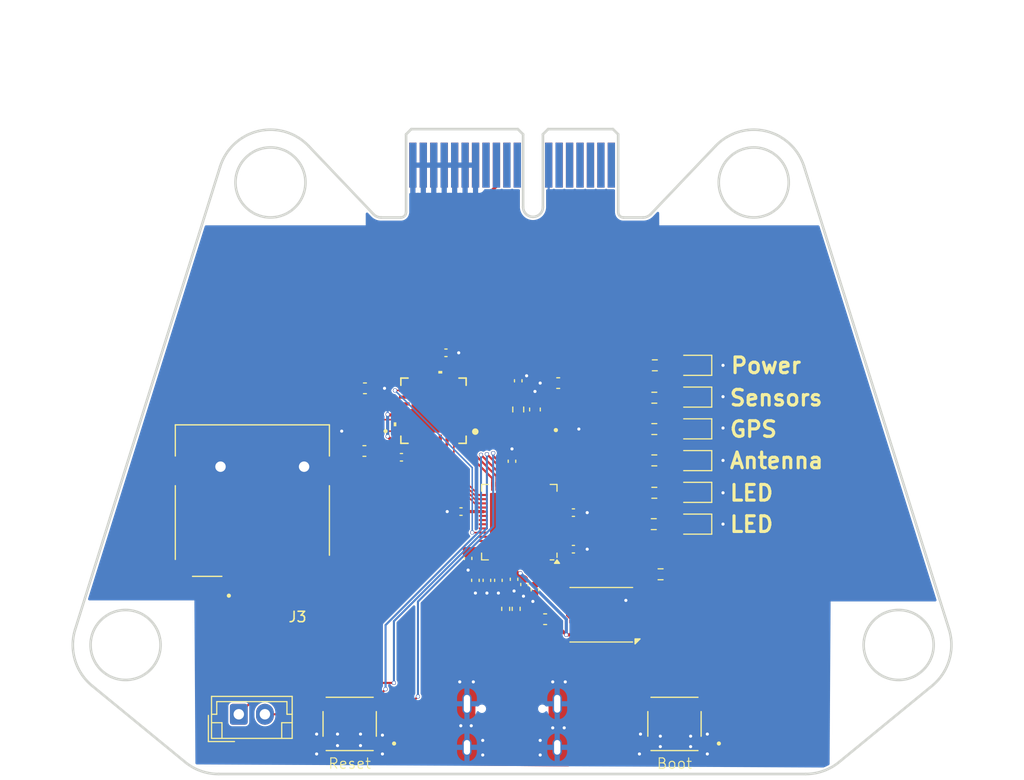
<source format=kicad_pcb>
(kicad_pcb (version 20241229) (generator "pcbnew") (generator_version "9.0")
  (layers (0 "F.Cu" signal) (2 "B.Cu" signal) (13 "F.Paste" user) (15 "B.Paste" user) (5 "F.SilkS" user "F.Silkscreen") (7 "B.SilkS" user "B.Silkscreen") (1 "F.Mask" user) (3 "B.Mask" user) (25 "Edge.Cuts" user))
  (net 0 "")
  (net 3 "+BAT")
  (net 7 "+1.1V")
  (net 8 "Net-(C13-Pad1)")
  (net 11 "/XIN")
  (net 12 "OSC1")
  (net 13 "OSC2")
  (net 14 "Net-(J2-Pin_2)")
  (net 15 "Net-(J2-Pin_1)")
  (net 16 "GND")
  (net 19 "SI")
  (net 20 "SO")
  (net 23 "SCK")
  (net 24 "CD")
  (net 27 "/~{USB_BOOT_S}")
  (net 29 "+3.3V")
  (net 30 "USB_D-")
  (net 35 "USB_D+")
  (net 41 "+5V")
  (net 42 "Net-(U2-USB_DP)")
  (net 43 "Net-(U2-USB_DM)")
  (net 44 "/RUN")
  (net 45 "/XOUT")
  (net 46 "CS")
  (net 47 "CANRESET")
  (net 48 "/QSPI_SD0")
  (net 51 "CANSTBY")
  (net 58 "CANN")
  (net 59 "CANP")
  (net 64 "/QSPI_SS")
  (net 65 "/QSPI_SD3")
  (net 66 "CANINT")
  (net 67 "/QSPI_SD1")
  (net 68 "/QSPI_SCLK")
  (net 69 "/QSPI_SD2")
  (net 70 "tx")
  (net 71 "rx")
  (net 72 "/USB_BOOT_S")
  (net 73 "Net-(D1-A)")
  (net 74 "Net-(D2-A)")
  (net 75 "Net-(D3-A)")
  (net 76 "Net-(D4-A)")
  (net 77 "Net-(D5-A)")
  (net 78 "Net-(D6-A)")
  (net 79 "Net-(U2-GPIO3)")
  (net 80 "Net-(U2-GPIO4)")
  (net 81 "Net-(U2-GPIO5)")
  (net 82 "Net-(U2-GPIO6)")
  (net 83 "Net-(U2-GPIO1)")
  (net 84 "Net-(U2-GPIO2)")
  (footprint "Package_SON:WSON-8-1EP_6x5mm_P1.27mm_EP3.4x4.3mm" (layer "F.Cu") (at 154.95 107.175 180)
    (property "Reference" "U4" (hide yes))
    (property "Value" "W25Q128JVP" (hide yes))
  )
  (footprint "Resistor_SMD:R_0402_1005Metric" (layer "F.Cu") (at 145.8 106.61 90)
    (property "Reference" "R2" (hide yes))
    (property "Value" "27" (hide yes))
  )
  (footprint "Capacitor_SMD:C_0603_1608Metric" (layer "F.Cu") (at 150.825 85.000002 180)
    (property "Reference" "C13" (hide yes))
    (property "Value" "15p" (hide yes))
  )
  (footprint "LED_SMD:LED_0805_2012Metric" (layer "F.Cu") (at 163.8375 89.38 180)
    (property "Reference" "D4" (hide yes))
    (property "Value" "LED" (hide yes))
  )
  (footprint "Capacitor_SMD:C_0402_1005Metric" (layer "F.Cu") (at 141.52 97.3 180)
    (property "Reference" "C4" (hide yes))
    (property "Value" "100n" (hide yes))
  )
  (footprint "Resistor_SMD:R_0603_1608Metric" (layer "F.Cu") (at 160.025 92.4)
    (property "Reference" "R7" (hide yes))
    (property "Value" "220" (hide yes))
  )
  (footprint "Capacitor_SMD:C_0402_1005Metric" (layer "F.Cu") (at 140.08 82.1)
    (property "Reference" "C16" (hide yes))
    (property "Value" "100n" (hide yes))
  )
  (footprint "Connector_JST:JST_EH_B2B-EH-A_1x02_P2.50mm_Vertical" (layer "F.Cu") (at 120.25 116.7)
    (property "Reference" "J2" (hide yes))
    (property "Value" "Conn_01x02" (hide yes))
  )
  (footprint "Capacitor_SMD:C_0402_1005Metric" (layer "F.Cu") (at 146.4 92.48 90)
    (property "Reference" "C9" (hide yes))
    (property "Value" "100n")
  )
  (footprint "TS-1187A-B-A-B:SW_TS-1187A-B-A-B" (layer "F.Cu") (at 130.865 117.625 180)
    (property "Reference" "S2" (hide yes))
    (property "Value" "TS-1187A-B-A-B" (hide yes))
  )
  (footprint "Capacitor_SMD:C_0402_1005Metric" (layer "F.Cu") (at 135.82 92.1)
    (property "Reference" "C17" (hide yes))
    (property "Value" "100n" (hide yes))
  )
  (footprint "Capacitor_SMD:C_0402_1005Metric" (layer "F.Cu") (at 142.9 103.88 -90)
    (property "Reference" "C1" (hide yes))
    (property "Value" "100n" (hide yes))
  )
  (footprint "Resistor_SMD:R_0603_1608Metric" (layer "F.Cu") (at 159.975 98.5)
    (property "Reference" "R5" (hide yes))
    (property "Value" "220" (hide yes))
  )
  (footprint "Capacitor_SMD:C_0603_1608Metric" (layer "F.Cu") (at 132.325 85.5)
    (property "Reference" "C19" (hide yes))
    (property "Value" "22p")
  )
  (footprint "Capacitor_SMD:C_0603_1608Metric" (layer "F.Cu") (at 148.6 87.525002 -90)
    (property "Reference" "C14" (hide yes))
    (property "Value" "15p")
  )
  (footprint "LED_SMD:LED_0805_2012Metric" (layer "F.Cu") (at 163.8375 92.42 180)
    (property "Reference" "D3" (hide yes))
    (property "Value" "LED" (hide yes))
  )
  (footprint "Capacitor_SMD:C_0402_1005Metric" (layer "F.Cu") (at 144 103.88 -90)
    (property "Reference" "C5" (hide yes))
    (property "Value" "100n" (hide yes))
  )
  (footprint "MCP25625T_E_ML:QFN28_6X6MC_MCH" (layer "F.Cu") (at 138.887999 87.644025 180)
    (property "Reference" "U9" (hide yes))
    (property "Value" "MCP25625T-E/ML" (hide yes))
  )
  (footprint "LED_SMD:LED_0805_2012Metric" (layer "F.Cu") (at 163.8375 86.34 180)
    (property "Reference" "D5" (hide yes))
    (property "Value" "LED" (hide yes))
  )
  (footprint "Capacitor_SMD:C_0402_1005Metric" (layer "F.Cu") (at 146.6 103.78 -90)
    (property "Reference" "C7" (hide yes))
    (property "Value" "100n" (hide yes))
  )
  (footprint "Capacitor_SMD:C_0402_1005Metric" (layer "F.Cu") (at 142.2 101.78 -90)
    (property "Reference" "C8" (hide yes))
    (property "Value" "1uF" (hide yes))
  )
  (footprint "Resistor_SMD:R_0603_1608Metric" (layer "F.Cu") (at 147 87.525 -90)
    (property "Reference" "R3" (hide yes))
    (property "Value" "1k" (hide yes))
  )
  (footprint "Capacitor_SMD:C_0603_1608Metric" (layer "F.Cu") (at 132.275 91.5 180)
    (property "Reference" "C18" (hide yes))
    (property "Value" "22p")
  )
  (footprint "Resistor_SMD:R_0603_1608Metric" (layer "F.Cu") (at 160.025 89.4)
    (property "Reference" "R8" (hide yes))
    (property "Value" "220" (hide yes))
  )
  (footprint "LED_SMD:LED_0805_2012Metric" (layer "F.Cu") (at 163.8375 98.5 180)
    (property "Reference" "D1" (hide yes))
    (property "Value" "LED" (hide yes))
  )
  (footprint "Connector_USB:USB_C_Receptacle_Palconn_UTC16-G" (layer "F.Cu") (at 146.41 117.625)
    (property "Reference" "J6" (hide yes))
    (property "Value" "USB_C_Receptacle_USB2.0_16P" (hide yes))
  )
  (footprint "ABM8-272-T3:ABM8-272-T3_ABR" (layer "F.Cu") (at 151.7 87.500001 90)
    (property "Reference" "X1" (hide yes))
    (property "Value" "ABM8-272-T3" (hide yes))
  )
  (footprint "Capacitor_SMD:C_0402_1005Metric" (layer "F.Cu") (at 147.6 104.28 -90)
    (property "Reference" "C6" (hide yes))
    (property "Value" "100n" (hide yes))
  )
  (footprint "Capacitor_SMD:C_0402_1005Metric" (layer "F.Cu") (at 152.28 100.9)
    (property "Reference" "C3" (hide yes))
    (property "Value" "100n" (hide yes))
  )
  (footprint "Capacitor_SMD:C_0603_1608Metric" (layer "F.Cu") (at 149.575 107.6 180)
    (property "Reference" "C12" (hide yes))
    (property "Value" "100n" (hide yes))
  )
  (footprint "Package_DFN_QFN:QFN-56-1EP_7x7mm_P0.4mm_EP3.2x3.2mm" (layer "F.Cu") (at 147.1 98.3125 180)
    (property "Reference" "U2" (hide yes))
    (property "Value" "RP2040" (hide yes))
  )
  (footprint "X322516MLB4SI:OSC_X322516MLB4SI" (layer "F.Cu") (at 132.25 88.5 180)
    (property "Reference" "Y1" (hide yes))
    (property "Value" "X322516MLB4SI")
  )
  (footprint "Capacitor_SMD:C_0402_1005Metric" (layer "F.Cu") (at 145.1 103.88 -90)
    (property "Reference" "C11" (hide yes))
    (property "Value" "1uF")
  )
  (footprint "LED_SMD:LED_0805_2012Metric" (layer "F.Cu") (at 163.8375 83.3 180)
    (property "Reference" "D6" (hide yes))
    (property "Value" "LED" (hide yes))
  )
  (footprint "Resistor_SMD:R_0603_1608Metric" (layer "F.Cu") (at 160.075 83.3)
    (property "Reference" "R10" (hide yes))
    (property "Value" "220" (hide yes))
  )
  (footprint "Capacitor_SMD:C_0402_1005Metric" (layer "F.Cu") (at 147 84.780002 90)
    (property "Reference" "C15" (hide yes))
    (property "Value" "100n" (hide yes))
  )
  (footprint "MSD_4_A:CUI_MSD-4-A" (layer "F.Cu") (at 121.55 96.25 180)
    (property "Reference" "J3")
    (property "Value" "MSD-4-A")
  )
  (footprint "Resistor_SMD:R_0603_1608Metric" (layer "F.Cu") (at 160.025 86.4)
    (property "Reference" "R9" (hide yes))
    (property "Value" "220" (hide yes))
  )
  (footprint "Capacitor_SMD:C_0402_1005Metric" (layer "F.Cu") (at 152.28 97.4)
    (property "Reference" "C2" (hide yes))
    (property "Value" "100n" (hide yes))
  )
  (footprint "Capacitor_SMD:C_0402_1005Metric" (layer "F.Cu") (at 148.6 104.78 -90)
    (property "Reference" "C10" (hide yes))
    (property "Value" "100n" (hide yes))
  )
  (footprint "Resistor_SMD:R_0603_1608Metric" (layer "F.Cu") (at 160.625 103.3 180)
    (property "Reference" "R4" (hide yes))
    (property "Value" "1k" (hide yes))
  )
  (footprint "TS-1187A-B-A-B:SW_TS-1187A-B-A-B" (layer "F.Cu") (at 161.955 117.625 180)
    (property "Reference" "S1" (hide yes))
    (property "Value" "TS-1187A-B-A-B" (hide yes))
  )
  (footprint "Resistor_SMD:R_0402_1005Metric" (layer "F.Cu") (at 146.8 106.61 90)
    (property "Reference" "R1" (hide yes))
    (property "Value" "27" (hide yes))
  )
  (footprint "Resistor_SMD:R_0603_1608Metric" (layer "F.Cu") (at 160.025 95.5)
    (property "Reference" "R6" (hide yes))
    (property "Value" "220" (hide yes))
  )
  (footprint "LED_SMD:LED_0805_2012Metric" (layer "F.Cu") (at 163.8375 95.46 180)
    (property "Reference" "D2" (hide yes))
    (property "Value" "LED" (hide yes))
  )
  (footprint "Connector_PCBEdge:BUS_PCIexpress_x1" (layer "B.Cu") (at 136.913 64.138595)
    (property "Reference" "J1" (hide yes))
    (property "Value" "Bus_PCI_Express_x1" (hide yes))
    (fp_line (start -0.65 -2.95) (end -0.65 4.506267) (stroke (width 0.25)) (layer "Edge.Cuts"))
    (fp_line (start -0.15 -3.45) (end -0.65 -2.95) (stroke (width 0.25)) (layer "Edge.Cuts"))
    (fp_line (start 10.05 -3.45) (end -0.15 -3.45) (stroke (width 0.25)) (layer "Edge.Cuts"))
    (fp_line (start 10.05 -3.45) (end 10.55 -2.95) (stroke (width 0.25)) (layer "Edge.Cuts"))
    (fp_line (start 10.55 -2.95) (end 10.55 4) (stroke (width 0.25)) (layer "Edge.Cuts"))
    (fp_line (start 12.45 -2.95) (end 12.45 4) (stroke (width 0.25)) (layer "Edge.Cuts"))
    (fp_line (start 12.95 -3.45) (end 12.45 -2.95) (stroke (width 0.25)) (layer "Edge.Cuts"))
    (fp_line (start 19.15 -3.45) (end 12.95 -3.45) (stroke (width 0.25)) (layer "Edge.Cuts"))
    (fp_line (start 19.15 -3.45) (end 19.65 -2.95) (stroke (width 0.25)) (layer "Edge.Cuts"))
    (fp_line (start 19.65 4.506267) (end 19.65 -2.95) (stroke (width 0.25)) (layer "Edge.Cuts"))
    (fp_arc (start 12.45 4) (mid 11.5 4.95) (end 10.55 4) (stroke (width 0.25)) (layer "Edge.Cuts"))
  )
  (gr_line (start 159.678146 68.835513) (end 165.883818 62.312636) (stroke (width 0.25)) (layer "Edge.Cuts"))
  (gr_line (start 133.143972 68.831791) (end 126.941843 62.312637) (stroke (width 0.25)) (layer "Edge.Cuts"))
  (gr_line (start 174.511605 122.419976) (end 118.31403 122.419976) (stroke (width 0.25)) (layer "Edge.Cuts"))
  (gr_circle (center 183.413305 110.068595) (end 180.063305 110.068595) (stroke (width 0.25)) (fill no) (layer "Edge.Cuts"))
  (gr_arc (start 159.678146 68.835513) (mid 159.347804 69.065283) (end 158.95364 69.146243) (stroke (width 0.25)) (layer "Edge.Cuts"))
  (gr_arc (start 188.23235 108.558858) (mid 188.252259 111.513246) (end 186.615928 113.973169) (stroke (width 0.25)) (layer "Edge.Cuts"))
  (gr_line (start 133.87203 69.146243) (end 135.755183 69.146243) (stroke (width 0.25)) (layer "Edge.Cuts"))
  (gr_arc (start 118.31403 122.419976) (mid 116.613396 122.125003) (end 115.111431 121.274551) (stroke (width 0.25)) (layer "Edge.Cuts"))
  (gr_line (start 158.95364 69.146243) (end 157.070478 69.146243) (stroke (width 0.25)) (layer "Edge.Cuts"))
  (gr_line (start 174.361605 64.283721) (end 174.361606 64.283721) (stroke (width 0.25)) (layer "Edge.Cuts"))
  (gr_line (start 186.615928 113.973169) (end 177.714231 121.274549) (stroke (width 0.25)) (layer "Edge.Cuts"))
  (gr_arc (start 133.87203 69.146243) (mid 133.475493 69.064276) (end 133.143972 68.831791) (stroke (width 0.25)) (layer "Edge.Cuts"))
  (gr_arc (start 165.883818 62.312636) (mid 170.686181 60.874652) (end 174.361605 64.283721) (stroke (width 0.25)) (layer "Edge.Cuts"))
  (gr_arc (start 118.464055 64.28372) (mid 122.13948 60.874652) (end 126.941843 62.312637) (stroke (width 0.25)) (layer "Edge.Cuts"))
  (gr_circle (center 109.412355 110.068595) (end 106.062355 110.068595) (stroke (width 0.25)) (fill no) (layer "Edge.Cuts"))
  (gr_arc (start 136.255183 68.646276) (mid 136.108734 68.999813) (end 135.755183 69.146243) (stroke (width 0.25)) (layer "Edge.Cuts"))
  (gr_line (start 174.361606 64.283721) (end 188.23235 108.558858) (stroke (width 0.25)) (layer "Edge.Cuts"))
  (gr_circle (center 169.54256 65.793456) (end 166.19256 65.793456) (stroke (width 0.25)) (fill no) (layer "Edge.Cuts"))
  (gr_circle (center 123.2831 65.793456) (end 119.9331 65.793456) (stroke (width 0.25)) (fill no) (layer "Edge.Cuts"))
  (gr_line (start 106.209767 113.973198) (end 115.111431 121.274551) (stroke (width 0.25)) (layer "Edge.Cuts"))
  (gr_line (start 118.464055 64.28372) (end 118.464054 64.28372) (stroke (width 0.25)) (layer "Edge.Cuts"))
  (gr_arc (start 157.070478 69.146243) (mid 156.716924 68.999796) (end 156.570477 68.646242) (stroke (width 0.25)) (layer "Edge.Cuts"))
  (gr_line (start 118.464054 64.28372) (end 104.588376 108.574607) (stroke (width 0.25)) (layer "Edge.Cuts"))
  (gr_arc (start 106.209767 113.973198) (mid 104.575789 111.521169) (end 104.588376 108.574607) (stroke (width 0.25)) (layer "Edge.Cuts"))
  (gr_arc (start 177.714231 121.274549) (mid 176.212253 122.125005) (end 174.511605 122.419976) (stroke (width 0.25)) (layer "Edge.Cuts"))
  (gr_text "Power" (at 167.2 84.2 0) (layer "F.SilkS") (effects (font (size 1.5 1.5) (thickness 0.3) (bold yes)) (justify left bottom)))
  (gr_text "Antenna" (at 167.1 93.3 0) (layer "F.SilkS") (effects (font (size 1.5 1.5) (thickness 0.3) (bold yes)) (justify left bottom)))
  (gr_text "Sensors" (at 167.1 87.3 0) (layer "F.SilkS") (effects (font (size 1.5 1.5) (thickness 0.3) (bold yes)) (justify left bottom)))
  (gr_text "Boot" (at 161.955 122 0) (layer "F.SilkS") (effects (font (size 1 1) (thickness 0.1)) (justify bottom)))
  (gr_text "LED" (at 167.1 96.4 0) (layer "F.SilkS") (effects (font (size 1.5 1.5) (thickness 0.3) (bold yes)) (justify left bottom)))
  (gr_text "Reset" (at 130.865 122 0) (layer "F.SilkS") (effects (font (size 1 1) (thickness 0.1)) (justify bottom)))
  (gr_text "GPS" (at 167.1 90.3 0) (layer "F.SilkS") (effects (font (size 1.5 1.5) (thickness 0.3) (bold yes)) (justify left bottom)))
  (gr_text "LED" (at 167.1 99.4 0) (layer "F.SilkS") (effects (font (size 1.5 1.5) (thickness 0.3) (bold yes)) (justify left bottom)))
  (segment (start 146.5 94.875) (end 146.5 93.06) (width 0.3048) (layer "F.Cu") (net 7))
  (segment (start 145.3 103.2) (end 145.1 103.4) (width 0.3048) (layer "F.Cu") (net 7))
  (segment (start 147.3 102.563014) (end 147.3 101.75) (width 0.3048) (layer "F.Cu") (net 7))
  (segment (start 145.3 101.75) (end 145.3 103.2) (width 0.3048) (layer "F.Cu") (net 7))
  (segment (start 148.6 104.3) (end 148.6 103.863014) (width 0.3048) (layer "F.Cu") (net 7))
  (segment (start 146.5 93.06) (end 146.4 92.96) (width 0.3048) (layer "F.Cu") (net 7))
  (segment (start 148.6 103.863014) (end 147.3 102.563014) (width 0.3048) (layer "F.Cu") (net 7))
  (segment (start 152.8 86.7) (end 151.6 85.5) (width 0.2) (layer "F.Cu") (net 8))
  (segment (start 152.5 86.7) (end 151.7 87.5) (width 0.2) (layer "F.Cu") (net 8))
  (segment (start 152.8 86.7) (end 152.5 86.7) (width 0.2) (layer "F.Cu") (net 8))
  (segment (start 151.6 85.5) (end 151.6 85.000002) (width 0.2) (layer "F.Cu") (net 8))
  (segment (start 147.8 87.5) (end 147 86.7) (width 0.2) (layer "F.Cu") (net 8))
  (segment (start 151.7 87.5) (end 147.8 87.5) (width 0.2) (layer "F.Cu") (net 8))
  (segment (start 150.6 88.300002) (end 150.5 88.400002) (width 0.2) (layer "F.Cu") (net 11))
  (segment (start 147.7 89.200002) (end 148.6 88.300002) (width 0.2) (layer "F.Cu") (net 11))
  (segment (start 147.7 94.875) (end 147.7 89.200002) (width 0.2) (layer "F.Cu") (net 11))
  (segment (start 150.6 88.300002) (end 148.6 88.300002) (width 0.2) (layer "F.Cu") (net 11))
  (segment (start 133.05 89.65) (end 133.1 89.6) (width 0.15) (layer "F.Cu") (net 12))
  (segment (start 133.1 89.6) (end 136.088023 89.6) (width 0.15) (layer "F.Cu") (net 12))
  (segment (start 133.05 91.5) (end 133.05 89.65) (width 0.15) (layer "F.Cu") (net 12))
  (segment (start 136.088023 89.6) (end 136.093999 89.594024) (width 0.15) (layer "F.Cu") (net 12))
  (segment (start 135.294374 88.5) (end 135.738399 88.944025) (width 0.15) (layer "F.Cu") (net 13))
  (segment (start 135.738399 88.944025) (end 136.093999 88.944025) (width 0.15) (layer "F.Cu") (net 13))
  (segment (start 131.4 85.65) (end 131.55 85.5) (width 0.15) (layer "F.Cu") (net 13))
  (segment (start 131.4 87.4) (end 131.4 85.65) (width 0.15) (layer "F.Cu") (net 13))
  (segment (start 131.4 87.4) (end 132.5 88.5) (width 0.15) (layer "F.Cu") (net 13))
  (segment (start 132.5 88.5) (end 135.294374 88.5) (width 0.15) (layer "F.Cu") (net 13))
  (segment (start 144.6 91.954714) (end 146.1 93.454714) (width 0.2) (layer "F.Cu") (net 14))
  (segment (start 135.7 116.7) (end 137.4 115) (width 0.2) (layer "F.Cu") (net 14))
  (segment (start 144.6 91.7) (end 144.6 91.954714) (width 0.2) (layer "F.Cu") (net 14))
  (segment (start 146.1 93.454714) (end 146.1 94.875) (width 0.2) (layer "F.Cu") (net 14))
  (segment (start 122.75 116.7) (end 135.7 116.7) (width 0.2) (layer "F.Cu") (net 14))
  (via (at 144.6 91.7) (size 0.4) (drill 0.3) (layers "F.Cu" "B.Cu") (net 14))
  (via (at 137.4 115) (size 0.4) (drill 0.3) (layers "F.Cu" "B.Cu") (net 14))
  (segment (start 137.4 115) (end 137.4 105.914214) (width 0.2) (layer "B.Cu") (net 14))
  (segment (start 137.4 105.914214) (end 144.6 98.714214) (width 0.2) (layer "B.Cu") (net 14))
  (segment (start 144.6 98.714214) (end 144.6 91.7) (width 0.2) (layer "B.Cu") (net 14))
  (segment (start 123.25 113.7) (end 135.1 113.7) (width 0.2) (layer "F.Cu") (net 15))
  (segment (start 144 91.8) (end 145.7 93.5) (width 0.2) (layer "F.Cu") (net 15))
  (segment (start 145.7 93.5) (end 145.7 94.875) (width 0.2) (layer "F.Cu") (net 15))
  (segment (start 120.25 116.7) (end 123.25 113.7) (width 0.2) (layer "F.Cu") (net 15))
  (via (at 144 91.8) (size 0.4) (drill 0.3) (layers "F.Cu" "B.Cu") (net 15))
  (via (at 135.1 113.7) (size 0.4) (drill 0.3) (layers "F.Cu" "B.Cu") (net 15))
  (segment (start 135.1 107.78995) (end 144 98.88995) (width 0.2) (layer "B.Cu") (net 15))
  (segment (start 144 98.88995) (end 144 91.8) (width 0.2) (layer "B.Cu") (net 15))
  (segment (start 135.1 113.7) (end 135.1 107.78995) (width 0.2) (layer "B.Cu") (net 15))
  (segment (start 136.3 92.1) (end 136.3 91.076023) (width 0.3048) (layer "F.Cu") (net 16))
  (segment (start 152.8 88.300002) (end 151.8 89.300002) (width 0.3048) (layer "F.Cu") (net 16))
  (segment (start 148.1 93.000002) (end 152.8 88.300002) (width 0.3048) (layer "F.Cu") (net 16))
  (segment (start 157.65 105.27) (end 157.65 105.45) (width 0.3048) (layer "F.Cu") (net 16))
  (segment (start 136.3 91.076023) (end 136.937998 90.438025) (width 0.3048) (layer "F.Cu") (net 16))
  (segment (start 148.8 106.3) (end 148.4 105.9) (width 0.3048) (layer "F.Cu") (net 16))
  (segment (start 157.65 105.45) (end 157.3 105.8) (width 0.3048) (layer "F.Cu") (net 16))
  (segment (start 133.1 87.4) (end 133.1 85.5) (width 0.3048) (layer "F.Cu") (net 16))
  (segment (start 147.1 98.3125) (end 148.1 97.3125) (width 0.3048) (layer "F.Cu") (net 16))
  (segment (start 130.1 89.6) (end 131.4 89.6) (width 0.3048) (layer "F.Cu") (net 16))
  (segment (start 136.937998 90.438025) (end 136.937998 89.594026) (width 0.3048) (layer "F.Cu") (net 16))
  (segment (start 141.04 97.3) (end 140.2 97.3) (width 0.3048) (layer "F.Cu") (net 16))
  (segment (start 136.937998 89.594026) (end 138.887999 87.644025) (width 0.3048) (layer "F.Cu") (net 16))
  (segment (start 133.1 87.4) (end 135.849974 87.4) (width 0.3048) (layer "F.Cu") (net 16))
  (segment (start 136.093999 87.644025) (end 138.887999 87.644025) (width 0.3048) (layer "F.Cu") (net 16))
  (segment (start 148.1 94.875) (end 148.1 93.000002) (width 0.3048) (layer "F.Cu") (net 16))
  (segment (start 152.76 100.9) (end 153.6 100.9) (width 0.3048) (layer "F.Cu") (net 16))
  (segment (start 148.1 97.3125) (end 148.1 94.875) (width 0.3048) (layer "F.Cu") (net 16))
  (segment (start 131.4 89.6) (end 131.4 91.4) (width 0.3048) (layer "F.Cu") (net 16))
  (segment (start 146.4 92) (end 146.4 91.3) (width 0.3048) (layer "F.Cu") (net 16))
  (segment (start 152.76 97.4) (end 153.6 97.4) (width 0.3048) (layer "F.Cu") (net 16))
  (segment (start 148.8 107.6) (end 148.8 106.3) (width 0.3048) (layer "F.Cu") (net 16))
  (segment (start 152.76 100.9) (end 152.9 100.9) (width 0.3048) (layer "F.Cu") (net 16))
  (segment (start 135.849974 87.4) (end 136.093999 87.644025) (width 0.3048) (layer "F.Cu") (net 16))
  (segment (start 140.56 82.1) (end 141.3 82.1) (width 0.3048) (layer "F.Cu") (net 16))
  (segment (start 131.4 91.4) (end 131.5 91.5) (width 0.3048) (layer "F.Cu") (net 16))
  (segment (start 134.2 85.5) (end 133.1 85.5) (width 0.3048) (layer "F.Cu") (net 16))
  (via (at 129.7 119.7) (size 0.4) (drill 0.3) (layers "F.Cu" "B.Cu") (net 16))
  (via (at 142.5 117.8) (size 0.4) (drill 0.3) (layers "F.Cu" "B.Cu") (net 16))
  (via (at 144 105.1) (size 0.4) (drill 0.3) (layers "F.Cu" "B.Cu") (net 16))
  (via (at 165.1 118.6) (size 0.4) (drill 0.3) (layers "F.Cu" "B.Cu") (net 16))
  (via (at 163.5 118.8) (size 0.4) (drill 0.3) (layers "F.Cu" "B.Cu") (net 16))
  (via (at 134 118.7) (size 0.4) (drill 0.3) (layers "F.Cu" "B.Cu") (net 16))
  (via (at 148.6 85.800002) (size 0.4) (drill 0.3) (layers "F.Cu" "B.Cu") (net 16))
  (via (at 150.3 113.6) (size 0.4) (drill 0.3) (layers "F.Cu" "B.Cu") (net 16))
  (via (at 158.6 120.5) (size 0.4) (drill 0.3) (layers "F.Cu" "B.Cu") (net 16))
  (via (at 148.4 105.9) (size 0.4) (drill 0.3) (layers "F.Cu" "B.Cu") (net 16))
  (via (at 130.1 89.6) (size 0.4) (drill 0.3) (layers "F.Cu" "B.Cu") (net 16))
  (via (at 141.4 113.6) (size 0.4) (drill 0.3) (layers "F.Cu" "B.Cu") (net 16))
  (via (at 160.6 118.8) (size 0.4) (drill 0.3) (layers "F.Cu" "B.Cu") (net 16))
  (via (at 166.6 86.3) (size 0.4) (drill 0.3) (layers "F.Cu" "B.Cu") (net 16))
  (via (at 158.7 118.6) (size 0.4) (drill 0.3) (layers "F.Cu" "B.Cu") (net 16))
  (via (at 140.2 97.3) (size 0.4) (drill 0.3) (layers "F.Cu" "B.Cu") (net 16))
  (via (at 127.7 118.6) (size 0.4) (drill 0.3) (layers "F.Cu" "B.Cu") (net 16))
  (via (at 141.3 82.1) (size 0.4) (drill 0.3) (layers "F.Cu" "B.Cu") (net 16))
  (via (at 129.7 118.6) (size 0.4) (drill 0.3) (layers "F.Cu" "B.Cu") (net 16))
  (via (at 145.1 105.1) (size 0.4) (drill 0.3) (layers "F.Cu" "B.Cu") (net 16))
  (via (at 141.5 117.8) (size 0.4) (drill 0.3) (layers "F.Cu" "B.Cu") (net 16))
  (via (at 142.2 102.9) (size 0.4) (drill 0.3) (layers "F.Cu" "B.Cu") (net 16))
  (via (at 131.9 119.7) (size 0.4) (drill 0.3) (layers "F.Cu" "B.Cu") (net 16))
  (via (at 153.6 97.4) (size 0.4) (drill 0.3) (layers "F.Cu" "B.Cu") (net 16))
  (via (at 127.7 120.5) (size 0.4) (drill 0.3) (layers "F.Cu" "B.Cu") (net 16))
  (via (at 150.3 118) (size 0.4) (drill 0.3) (layers "F.Cu" "B.Cu") (net 16))
  (via (at 134 120.5) (size 0.4) (drill 0.3) (layers "F.Cu" "B.Cu") (net 16))
  (via (at 157.3 105.8) (size 0.4) (drill 0.3) (layers "F.Cu" "B.Cu") (net 16))
  (via (at 149.1 85.000002) (size 0.4) (drill 0.3) (layers "F.Cu" "B.Cu") (net 16))
  (via (at 147.5 105.4) (size 0.4) (drill 0.3) (layers "F.Cu" "B.Cu") (net 16))
  (via (at 134.2 85.5) (size 0.4) (drill 0.3) (layers "F.Cu" "B.Cu") (net 16))
  (via (at 147.8 84.300002) (size 0.4) (drill 0.3) (layers "F.Cu" "B.Cu") (net 16))
  (via (at 166.6 95.5) (size 0.4) (drill 0.3) (layers "F.Cu" "B.Cu") (net 16))
  (via (at 152.8 89.400002) (size 0.4) (drill 0.3) (layers "F.Cu" "B.Cu") (net 16))
  (via (at 146.4 91.3) (size 0.4) (drill 0.3) (layers "F.Cu" "B.Cu") (net 16))
  (via (at 149.1 119.2) (size 0.4) (drill 0.3) (layers "F.Cu" "B.Cu") (net 16))
  (via (at 151.4 118) (size 0.4) (drill 0.3) (layers "F.Cu" "B.Cu") (net 16))
  (via (at 143.6 120.6) (size 0.4) (drill 0.3) (layers "F.Cu" "B.Cu") (net 16))
  (via (at 165.1 120.5) (size 0.4) (drill 0.3) (layers "F.Cu" "B.Cu") (net 16))
  (via (at 166.6 83.3) (size 0.4) (drill 0.3) (layers "F.Cu" "B.Cu") (net 16))
  (via (at 131.9 118.6) (size 0.4) (drill 0.3) (layers "F.Cu" "B.Cu") (net 16))
  (via (at 166.6 98.5) (size 0.4) (drill 0.3) (layers "F.Cu" "B.Cu") (net 16))
  (via (at 142.9 105.1) (size 0.4) (drill 0.3) (layers "F.Cu" "B.Cu") (net 16))
  (via (at 166.6 92.4) (size 0.4) (drill 0.3) (layers "F.Cu" "B.Cu") (net 16))
  (via (at 142.7 113.6) (size 0.4) (drill 0.3) (layers "F.Cu" "B.Cu") (net 16))
  (via (at 143.6 119.2) (size 0.4) (drill 0.3) (layers "F.Cu" "B.Cu") (net 16))
  (via (at 160.6 119.8) (size 0.4) (drill 0.3) (layers "F.Cu" "B.Cu") (net 16))
  (via (at 163.5 119.8) (size 0.4) (drill 0.3) (layers "F.Cu" "B.Cu") (net 16))
  (via (at 149.1 120.6) (size 0.4) (drill 0.3) (layers "F.Cu" "B.Cu") (net 16))
  (via (at 166.6 89.3) (size 0.4) (drill 0.3) (layers "F.Cu" "B.Cu") (net 16))
  (via (at 146.6 104.9) (size 0.4) (drill 0.3) (layers "F.Cu" "B.Cu") (net 16))
  (via (at 151.5 113.6) (size 0.4) (drill 0.3) (layers "F.Cu" "B.Cu") (net 16))
  (via (at 153.6 100.9) (size 0.4) (drill 0.3) (layers "F.Cu" "B.Cu") (net 16))
  (segment (start 140.187999 93.075499) (end 140.187999 90.438025) (width 0.15) (layer "F.Cu") (net 19))
  (segment (start 143.6625 96.1125) (end 143.225 96.1125) (width 0.15) (layer "F.Cu") (net 19))
  (segment (start 143.225 96.1125) (end 140.187999 93.075499) (width 0.15) (layer "F.Cu") (net 19))
  (segment (start 143.2125 95.7125) (end 140.837998 93.337998) (width 0.15) (layer "F.Cu") (net 20))
  (segment (start 143.6625 95.7125) (end 143.2125 95.7125) (width 0.15) (layer "F.Cu") (net 20))
  (segment (start 140.837998 93.337998) (end 140.837998 90.438025) (width 0.15) (layer "F.Cu") (net 20))
  (segment (start 143.225 96.5125) (end 139.537998 92.825498) (width 0.15) (layer "F.Cu") (net 23))
  (segment (start 139.537998 92.825498) (end 139.537998 90.438025) (width 0.15) (layer "F.Cu") (net 23))
  (segment (start 143.6625 96.5125) (end 143.225 96.5125) (width 0.15) (layer "F.Cu") (net 23))
  (segment (start 161.45 103.3) (end 161.45 113.255) (width 0.2) (layer "F.Cu") (net 27))
  (segment (start 158.955 115.75) (end 164.955 115.75) (width 0.2) (layer "F.Cu") (net 27))
  (segment (start 161.45 113.255) (end 158.955 115.75) (width 0.2) (layer "F.Cu") (net 27))
  (segment (start 147 91.3) (end 143.994024 88.294024) (width 0.2) (layer "F.Cu") (net 29))
  (segment (start 150.35 107.85) (end 151.6 109.1) (width 0.3048) (layer "F.Cu") (net 29))
  (segment (start 138.887999 82.1) (end 138.887999 72.168396) (width 0.3048) (layer "F.Cu") (net 29))
  (segment (start 143.805976 88.294024) (end 146.839998 85.260002) (width 0.3048) (layer "F.Cu") (net 29))
  (segment (start 147.1 103.3) (end 147.2 103.2) (width 0.3048) (layer "F.Cu") (net 29))
  (segment (start 144.913 66.143395) (end 144.913 64.138595) (width 0.3048) (layer "F.Cu") (net 29))
  (segment (start 144.913 64.138595) (end 144.913 65.938595) (width 0.15) (layer "F.Cu") (net 29))
  (segment (start 142 97.3) (end 143.65 97.3) (width 0.3048) (layer "F.Cu") (net 29))
  (segment (start 146.839998 85.260002) (end 147 85.260002) (width 0.3048) (layer "F.Cu") (net 29))
  (segment (start 152.23 109.1) (end 152.25 109.08) (width 0.3048) (layer "F.Cu") (net 29))
  (segment (start 151.7125 97.3125) (end 150.5375 97.3125) (width 0.3048) (layer "F.Cu") (net 29))
  (segment (start 143.6 88.294024) (end 143.805976 88.294024) (width 0.3048) (layer "F.Cu") (net 29))
  (segment (start 143.994024 88.294024) (end 143.6 88.294024) (width 0.2) (layer "F.Cu") (net 29))
  (segment (start 146.9 94.875) (end 147 94.775) (width 0.2) (layer "F.Cu") (net 29))
  (segment (start 146.6 103.3) (end 146.6 103.4) (width 0.3048) (layer "F.Cu") (net 29))
  (segment (start 138.887999 84.850025) (end 138.887999 82.1) (width 0.3048) (layer "F.Cu") (net 29))
  (segment (start 147 94.775) (end 147 91.3) (width 0.2) (layer "F.Cu") (net 29))
  (segment (start 151.6 109.1) (end 152.23 109.1) (width 0.3048) (layer "F.Cu") (net 29))
  (segment (start 151.8 100.9) (end 150.55 100.9) (width 0.3048) (layer "F.Cu") (net 29))
  (segment (start 144.5 102.2) (end 144.5 101.75) (width 0.15) (layer "F.Cu") (net 29))
  (segment (start 146.965976 85.294026) (end 147 85.260002) (width 0.3048) (layer "F.Cu") (net 29))
  (segment (start 138.887999 72.168396) (end 144.913 66.143395) (width 0.3048) (layer "F.Cu") (net 29))
  (segment (start 150.55 100.9) (end 150.5375 100.9125) (width 0.3048) (layer "F.Cu") (net 29))
  (segment (start 150.35 107.6) (end 150.35 107.85) (width 0.3048) (layer "F.Cu") (net 29))
  (segment (start 139.6 82.1) (end 138.887999 82.1) (width 0.3048) (layer "F.Cu") (net 29))
  (segment (start 151.8 97.4) (end 151.7125 97.3125) (width 0.3048) (layer "F.Cu") (net 29))
  (segment (start 143.65 97.3) (end 143.6625 97.3125) (width 0.3048) (layer "F.Cu") (net 29))
  (segment (start 141.681999 88.294024) (end 143.6 88.294024) (width 0.3048) (layer "F.Cu") (net 29))
  (segment (start 146.6 103.3) (end 147.1 103.3) (width 0.3048) (layer "F.Cu") (net 29))
  (via (at 151.6 109.1) (size 0.4) (drill 0.3) (layers "F.Cu" "B.Cu") (net 29))
  (via (at 147.2 103.2) (size 0.4) (drill 0.3) (layers "F.Cu" "B.Cu") (net 29))
  (segment (start 151.6 107.6) (end 151.6 109.1) (width 0.3048) (layer "B.Cu") (net 29))
  (segment (start 147.2 103.2) (end 151.6 107.6) (width 0.3048) (layer "B.Cu") (net 29))
  (segment (start 145.7634 115.9) (end 145.66 115.7966) (width 0.1016) (layer "F.Cu") (net 30))
  (segment (start 146.5566 115.9) (end 145.7634 115.9) (width 0.1016) (layer "F.Cu") (net 30))
  (segment (start 145.66 115.7966) (end 145.66 115.115) (width 0.1016) (layer "F.Cu") (net 30))
  (segment (start 145.8 107.12) (end 145.8 114.975) (width 0.1016) (layer "F.Cu") (net 30))
  (segment (start 145.8 114.975) (end 145.66 115.115) (width 0.1016) (layer "F.Cu") (net 30))
  (segment (start 146.66 115.7966) (end 146.5566 115.9) (width 0.1016) (layer "F.Cu") (net 30))
  (segment (start 146.66 115.115) (end 146.66 115.7966) (width 0.1016) (layer "F.Cu") (net 30))
  (segment (start 147.16 115.115) (end 147.16 114.4334) (width 0.1016) (layer "F.Cu") (net 35))
  (segment (start 146.8 107.12) (end 146.16 107.76) (width 0.1016) (layer "F.Cu") (net 35))
  (segment (start 146.16 107.76) (end 146.16 114.2) (width 0.1016) (layer "F.Cu") (net 35))
  (segment (start 146.16 114.2) (end 146.16 115.115) (width 0.1016) (layer "F.Cu") (net 35))
  (segment (start 146.9266 114.2) (end 146.16 114.2) (width 0.1016) (layer "F.Cu") (net 35))
  (segment (start 147.16 114.4334) (end 146.9266 114.2) (width 0.1016) (layer "F.Cu") (net 35))
  (segment (start 134.548825 88.048825) (end 135.8488 88.048825) (width 0.3048) (layer "F.Cu") (net 41))
  (segment (start 135.34 90.94) (end 134.5 90.1) (width 0.3048) (layer "F.Cu") (net 41))
  (segment (start 135.34 92.1) (end 135.34 90.94) (width 0.3048) (layer "F.Cu") (net 41))
  (segment (start 151.913 64.138595) (end 151.913 65.938595) (width 0.15) (layer "F.Cu") (net 41))
  (segment (start 134.5 88) (end 134.548825 88.048825) (width 0.3048) (layer "F.Cu") (net 41))
  (segment (start 135.8488 88.048825) (end 136.093999 88.294024) (width 0.3048) (layer "F.Cu") (net 41))
  (via (at 134.5 88) (size 0.4) (drill 0.3) (layers "F.Cu" "B.Cu") (net 41))
  (via (at 134.5 90.1) (size 0.4) (drill 0.3) (layers "F.Cu" "B.Cu") (net 41))
  (segment (start 134.5 85.834314) (end 149.913 70.421314) (width 0.2) (layer "B.Cu") (net 41))
  (segment (start 134.5 90.1) (end 134.5 88) (width 0.3048) (layer "B.Cu") (net 41))
  (segment (start 149.913 70.421314) (end 149.913 64.138595) (width 0.2) (layer "B.Cu") (net 41))
  (segment (start 134.5 88) (end 134.5 85.834314) (width 0.2) (layer "B.Cu") (net 41))
  (segment (start 146.1 105.4) (end 146.1 101.75) (width 0.1016) (layer "F.Cu") (net 42))
  (segment (start 146.8 106.1) (end 146.1 105.4) (width 0.1016) (layer "F.Cu") (net 42))
  (segment (start 145.7 105.9) (end 145.7 101.75) (width 0.1016) (layer "F.Cu") (net 43))
  (segment (start 145.8 106) (end 145.7 105.9) (width 0.1016) (layer "F.Cu") (net 43))
  (segment (start 145.8 106.1) (end 145.8 106) (width 0.1016) (layer "F.Cu") (net 43))
  (segment (start 145.3 93.734314) (end 145.3 94.875) (width 0.2) (layer "F.Cu") (net 44))
  (segment (start 133.865 114.735) (end 134.3 114.3) (width 0.2) (layer "F.Cu") (net 44))
  (segment (start 127.865 115.75) (end 133.865 115.75) (width 0.2) (layer "F.Cu") (net 44))
  (segment (start 133.865 115.75) (end 133.865 114.735) (width 0.2) (layer "F.Cu") (net 44))
  (segment (start 143.432843 91.867157) (end 145.3 93.734314) (width 0.2) (layer "F.Cu") (net 44))
  (via (at 143.432843 91.867157) (size 0.4) (drill 0.3) (layers "F.Cu" "B.Cu") (net 44))
  (via (at 134.3 114.3) (size 0.4) (drill 0.3) (layers "F.Cu" "B.Cu") (net 44))
  (segment (start 143.432843 99.032843) (end 143.432843 91.867157) (width 0.2) (layer "B.Cu") (net 44))
  (segment (start 134.3 114.3) (end 134.3 108.165686) (width 0.2) (layer "B.Cu") (net 44))
  (segment (start 134.3 108.165686) (end 143.432843 99.032843) (width 0.2) (layer "B.Cu") (net 44))
  (segment (start 147 88.35) (end 147.3 88.65) (width 0.2) (layer "F.Cu") (net 45))
  (segment (start 147.3 88.65) (end 147.3 94.875) (width 0.2) (layer "F.Cu") (net 45))
  (segment (start 144.5 94.1) (end 144.5 94.875) (width 0.2) (layer "F.Cu") (net 46))
  (segment (start 141.681999 89.594026) (end 141.681999 91.281999) (width 0.2) (layer "F.Cu") (net 46))
  (segment (start 141.681999 91.281999) (end 144.5 94.1) (width 0.2) (layer "F.Cu") (net 46))
  (segment (start 142.4 91.4) (end 142.4 89.251627) (width 0.2) (layer "F.Cu") (net 47))
  (segment (start 142.092398 88.944025) (end 141.681999 88.944025) (width 0.2) (layer "F.Cu") (net 47))
  (segment (start 144.9 93.9) (end 142.4 91.4) (width 0.2) (layer "F.Cu") (net 47))
  (segment (start 144.9 94.875) (end 144.9 93.9) (width 0.2) (layer "F.Cu") (net 47))
  (segment (start 142.4 89.251627) (end 142.092398 88.944025) (width 0.2) (layer "F.Cu") (net 47))
  (segment (start 148.5 102.365736) (end 151.404264 105.27) (width 0.2) (layer "F.Cu") (net 48))
  (segment (start 151.404264 105.27) (end 152.25 105.27) (width 0.2) (layer "F.Cu") (net 48))
  (segment (start 148.5 101.75) (end 148.5 102.365736) (width 0.2) (layer "F.Cu") (net 48))
  (segment (start 143.6625 99.3125) (end 142.6125 99.3125) (width 0.15) (layer "F.Cu") (net 51))
  (segment (start 135.2 85.7) (end 136.088023 85.7) (width 0.15) (layer "F.Cu") (net 51))
  (segment (start 136.088023 85.7) (end 136.093999 85.694024) (width 0.15) (layer "F.Cu") (net 51))
  (segment (start 142.6125 99.3125) (end 142.6 99.3) (width 0.15) (layer "F.Cu") (net 51))
  (via (at 142.6 99.3) (size 0.4) (drill 0.3) (layers "F.Cu" "B.Cu") (net 51))
  (via (at 135.2 85.7) (size 0.4) (drill 0.3) (layers "F.Cu" "B.Cu") (net 51))
  (segment (start 142.6 99.3) (end 142.6 93.1) (width 0.15) (layer "B.Cu") (net 51))
  (segment (start 142.6 93.1) (end 135.2 85.7) (width 0.15) (layer "B.Cu") (net 51))
  (segment (start 138.0593 84.671325) (end 138.0593 68.217296) (width 0.16) (layer "F.Cu") (net 58))
  (segment (start 138.238 84.850025) (end 138.0593 84.671325) (width 0.16) (layer "F.Cu") (net 58))
  (segment (start 138.0593 68.217296) (end 138.913 67.363596) (width 0.16) (layer "F.Cu") (net 58))
  (segment (start 138.913 67.363596) (end 138.913 64.138595) (width 0.16) (layer "F.Cu") (net 58))
  (segment (start 138.913 64.138595) (end 138.913 65.938595) (width 0.16) (layer "F.Cu") (net 58))
  (segment (start 136.913 64.138595) (end 136.913 65.938595) (width 0.16) (layer "F.Cu") (net 59))
  (segment (start 137.7667 84.671324) (end 137.7667 68.217296) (width 0.16) (layer "F.Cu") (net 59))
  (segment (start 137.587999 84.850025) (end 137.7667 84.671324) (width 0.16) (layer "F.Cu") (net 59))
  (segment (start 136.913 67.363596) (end 136.913 64.138595) (width 0.16) (layer "F.Cu") (net 59))
  (segment (start 137.7667 68.217296) (end 136.913 67.363596) (width 0.16) (layer "F.Cu") (net 59))
  (segment (start 157.65 109.08) (end 159.8 106.93) (width 0.2) (layer "F.Cu") (net 64))
  (segment (start 159.8 106.93) (end 159.8 103.3) (width 0.2) (layer "F.Cu") (net 64))
  (segment (start 149.7 101.75) (end 151.25 103.3) (width 0.2) (layer "F.Cu") (net 64))
  (segment (start 151.25 103.3) (end 159.8 103.3) (width 0.2) (layer "F.Cu") (net 64))
  (segment (start 151.675 107.235) (end 152.25 107.81) (width 0.2) (layer "F.Cu") (net 65))
  (segment (start 147.7 102.464646) (end 151.675 106.439646) (width 0.2) (layer "F.Cu") (net 65))
  (segment (start 151.675 106.439646) (end 151.675 107.235) (width 0.2) (layer "F.Cu") (net 65))
  (segment (start 147.7 101.75) (end 147.7 102.464646) (width 0.2) (layer "F.Cu") (net 65))
  (segment (start 147.7 101.75) (end 147.7 102.5) (width 0.15) (layer "F.Cu") (net 65))
  (segment (start 138.887999 92.575499) (end 138.887999 90.438025) (width 0.15) (layer "F.Cu") (net 66))
  (segment (start 143.225 96.9125) (end 138.887999 92.575499) (width 0.15) (layer "F.Cu") (net 66))
  (segment (start 143.6625 96.9125) (end 143.225 96.9125) (width 0.15) (layer "F.Cu") (net 66))
  (segment (start 157.549702 104.331618) (end 151.31441 104.331618) (width 0.2) (layer "F.Cu") (net 67))
  (segment (start 157.65 107.81) (end 158.225 107.235) (width 0.2) (layer "F.Cu") (net 67))
  (segment (start 158.225 107.235) (end 158.225 105.006916) (width 0.2) (layer "F.Cu") (net 67))
  (segment (start 158.225 105.006916) (end 157.549702 104.331618) (width 0.2) (layer "F.Cu") (net 67))
  (segment (start 151.31441 104.331618) (end 149.3 102.317208) (width 0.2) (layer "F.Cu") (net 67))
  (segment (start 149.3 102.317208) (end 149.3 101.75) (width 0.2) (layer "F.Cu") (net 67))
  (segment (start 148.1 102.39) (end 148.1 101.75) (width 0.2) (layer "F.Cu") (net 68))
  (segment (start 152.25 106.54) (end 148.1 102.39) (width 0.2) (layer "F.Cu") (net 68))
  (segment (start 156.775 104.8) (end 156.9 104.925) (width 0.2) (layer "F.Cu") (net 69))
  (segment (start 148.9 101.75) (end 148.9 102.341472) (width 0.2) (layer "F.Cu") (net 69))
  (segment (start 151.358528 104.8) (end 156.775 104.8) (width 0.2) (layer "F.Cu") (net 69))
  (segment (start 156.9 105.965686) (end 157.474314 106.54) (width 0.2) (layer "F.Cu") (net 69))
  (segment (start 157.474314 106.54) (end 157.65 106.54) (width 0.2) (layer "F.Cu") (net 69))
  (segment (start 148.9 102.341472) (end 151.358528 104.8) (width 0.2) (layer "F.Cu") (net 69))
  (segment (start 156.9 104.925) (end 156.9 105.965686) (width 0.2) (layer "F.Cu") (net 69))
  (segment (start 160.8 98.5) (end 162.9 98.5) (width 0.2) (layer "F.Cu") (net 73))
  (segment (start 162.86 95.5) (end 162.9 95.46) (width 0.2) (layer "F.Cu") (net 74))
  (segment (start 160.85 95.5) (end 162.86 95.5) (width 0.2) (layer "F.Cu") (net 74))
  (segment (start 160.85 92.4) (end 162.88 92.4) (width 0.2) (layer "F.Cu") (net 75))
  (segment (start 162.88 92.4) (end 162.9 92.42) (width 0.2) (layer "F.Cu") (net 75))
  (segment (start 160.85 89.4) (end 162.88 89.4) (width 0.2) (layer "F.Cu") (net 76))
  (segment (start 162.88 89.4) (end 162.9 89.38) (width 0.2) (layer "F.Cu") (net 76))
  (segment (start 162.84 86.4) (end 162.9 86.34) (width 0.2) (layer "F.Cu") (net 77))
  (segment (start 160.85 86.4) (end 162.84 86.4) (width 0.2) (layer "F.Cu") (net 77))
  (segment (start 160.9 83.3) (end 162.9 83.3) (width 0.2) (layer "F.Cu") (net 78))
  (segment (start 157.6 97.9) (end 157.6 94) (width 0.2) (layer "F.Cu") (net 79))
  (segment (start 157.6 94) (end 159.2 92.4) (width 0.2) (layer "F.Cu") (net 79))
  (segment (start 150.5375 99.3125) (end 156.1875 99.3125) (width 0.2) (layer "F.Cu") (net 79))
  (segment (start 156.1875 99.3125) (end 157.6 97.9) (width 0.2) (layer "F.Cu") (net 79))
  (segment (start 150.5375 98.9125) (end 155.4875 98.9125) (width 0.2) (layer "F.Cu") (net 80))
  (segment (start 157 91.6) (end 159.2 89.4) (width 0.2) (layer "F.Cu") (net 80))
  (segment (start 155.4875 98.9125) (end 157 97.4) (width 0.2) (layer "F.Cu") (net 80))
  (segment (start 157 97.4) (end 157 91.6) (width 0.2) (layer "F.Cu") (net 80))
  (segment (start 150.5375 98.5125) (end 154.7875 98.5125) (width 0.2) (layer "F.Cu") (net 81))
  (segment (start 154.7875 98.5125) (end 156.3 97) (width 0.2) (layer "F.Cu") (net 81))
  (segment (start 156.3 97) (end 156.3 89.3) (width 0.2) (layer "F.Cu") (net 81))
  (segment (start 156.3 89.3) (end 159.2 86.4) (width 0.2) (layer "F.Cu") (net 81))
  (segment (start 155.5 87.05) (end 159.25 83.3) (width 0.2) (layer "F.Cu") (net 82))
  (segment (start 155.5 96.9) (end 155.5 87.05) (width 0.2) (layer "F.Cu") (net 82))
  (segment (start 154.2875 98.1125) (end 155.5 96.9) (width 0.2) (layer "F.Cu") (net 82))
  (segment (start 150.5375 98.1125) (end 154.2875 98.1125) (width 0.2) (layer "F.Cu") (net 82))
  (segment (start 157.5375 100.1125) (end 159.15 98.5) (width 0.2) (layer "F.Cu") (net 83))
  (segment (start 150.5375 100.1125) (end 157.5375 100.1125) (width 0.2) (layer "F.Cu") (net 83))
  (segment (start 158.2 98.403774) (end 158.2 96.8) (width 0.2) (layer "F.Cu") (net 84))
  (segment (start 159.2 95.8) (end 159.2 95.5) (width 0.2) (layer "F.Cu") (net 84))
  (segment (start 156.891274 99.7125) (end 158.2 98.403774) (width 0.2) (layer "F.Cu") (net 84))
  (segment (start 150.5375 99.7125) (end 156.891274 99.7125) (width 0.2) (layer "F.Cu") (net 84))
  (segment (start 158.2 96.8) (end 159.2 95.8) (width 0.2) (layer "F.Cu") (net 84))
  (zone (net 7) (net_name "+1.1V") (layer "F.Cu") (priority 1) (connect_pads yes (clearance 0.15)) (min_thickness 0.15) (fill yes (thermal_gap 0.508) (thermal_bridge_width 0.508))
    (polygon (pts (xy 145.25 100) (xy 148.85 100) (xy 148.85 96.6) (xy 146.25 96.6) (xy 146.25 96.05) (xy 146.25 96) (xy 149.45 96) (xy 149.45 100.4) (xy 146.65 100.4) (xy 146.5 100.6) (xy 146.249054 100.740059) (xy 146.25 101) (xy 145.25 101)))
  )
  (zone (net 16) (net_name "GND") (layer "F.Cu") (priority 7) (connect_pads yes (clearance 0.15)) (min_thickness 0.25) (fill yes (thermal_gap 0.5) (thermal_bridge_width 0.5))
    (polygon (pts (xy 146.5 83.900002) (xy 150.8 84.000002) (xy 150.8 85.700002) (xy 151.4 86.200002) (xy 151.4 87.300002) (xy 148 87.300002) (xy 148 84.800002) (xy 146.5 84.800002)))
  )
  (zone (net 16) (net_name "GND") (layer "F.Cu") (priority 8) (connect_pads yes (clearance 0.15)) (min_thickness 0.25) (fill yes (thermal_gap 0.5) (thermal_bridge_width 0.5))
    (polygon (pts (xy 151.9 89.700002) (xy 153.6 89.700002) (xy 153.6 87.600002) (xy 151.9 87.600002)))
  )
  (zone (net 16) (net_name "GND") (layer "F.Cu") (priority 4) (connect_pads yes (clearance 0.15)) (min_thickness 0.25) (fill yes (thermal_gap 0.5) (thermal_bridge_width 0.5))
    (polygon (pts (xy 146.3 103.9) (xy 146.3 105.2) (xy 148.4 106.3) (xy 148.8 106.3) (xy 148.8 104.8) (xy 148.2 104.8) (xy 147.8 104.4) (xy 147.1 104.4) (xy 147.1 104.2) (xy 146.9 103.9)))
  )
  (zone (net 16) (net_name "GND") (layer "F.Cu") (priority 11) (connect_pads yes (clearance 0.15)) (min_thickness 0.25) (fill yes (thermal_gap 0.5) (thermal_bridge_width 0.5))
    (polygon (pts (xy 163.9 81.4) (xy 167.3 81.4) (xy 167.3 100.2) (xy 163.9 100.2)))
  )
  (zone (net 16) (net_name "GND") (layer "F.Cu") (priority 9) (connect_pads yes (clearance 0.15)) (min_thickness 0.25) (fill yes (thermal_gap 0.5) (thermal_bridge_width 0.5))
    (polygon (pts (xy 126.9 118.1) (xy 135.5 118.1) (xy 135.5 120.9) (xy 126.9 120.9)))
  )
  (zone (net 16) (net_name "GND") (layer "F.Cu") (priority 10) (connect_pads yes (clearance 0.15)) (min_thickness 0.25) (fill yes (thermal_gap 0.5) (thermal_bridge_width 0.5))
    (polygon (pts (xy 143.5 113.3) (xy 143.5 115.7) (xy 142.9 115.7) (xy 142.9 117.2) (xy 149.9 117.3) (xy 149.9 115.7) (xy 149.3 115.7) (xy 149.3 113.3) (xy 151.9 113.3) (xy 151.9 121.7) (xy 140.9 121.6) (xy 140.9 113.3)))
  )
  (zone (net 16) (net_name "GND") (layer "F.Cu") (priority 6) (connect_pads yes (clearance 0.15)) (min_thickness 0.25) (fill yes (thermal_gap 0.5) (thermal_bridge_width 0.5))
    (polygon (pts (xy 141.8 101.9) (xy 142.5 101.9) (xy 142.5 104) (xy 145.5 104) (xy 145.5 105.4) (xy 142.4 105.4) (xy 141.8 104.4)))
  )
  (zone (net 29) (net_name "+3.3V") (layer "F.Cu") (connect_pads yes (clearance 0.15)) (min_thickness 0.15) (fill yes (thermal_gap 0.508) (thermal_bridge_width 0.508) (island_removal_mode 1) (island_area_min 10))
    (polygon (pts (xy 144.293934 95.512783) (xy 149.893934 95.512783) (xy 149.893934 101.112783) (xy 144.293934 101.112783)))
  )
  (zone (net 29) (net_name "+3.3V") (layer "F.Cu") (priority 3) (connect_pads yes (clearance 0.15)) (min_thickness 0.25) (fill yes (thermal_gap 0.5) (thermal_bridge_width 0.5))
    (polygon (pts (xy 146.3 101.2) (xy 146.3 103.6) (xy 147.1 103.6) (xy 147.1 104.1) (xy 147.9 104.1) (xy 147.9 103.6) (xy 147.7 103.4) (xy 147.1 103.4) (xy 147.1 103.1) (xy 147 103) (xy 147 101.2)))
  )
  (zone (net 16) (net_name "GND") (layer "F.Cu") (priority 9) (connect_pads yes (clearance 0.15)) (min_thickness 0.25) (fill yes (thermal_gap 0.5) (thermal_bridge_width 0.5))
    (polygon (pts (xy 158 118) (xy 166.6 118) (xy 166.6 120.8) (xy 158 120.8)))
  )
  (zone (net 29) (net_name "+3.3V") (layer "F.Cu") (priority 5) (connect_pads yes (clearance 0.15)) (min_thickness 0.25) (fill yes (thermal_gap 0.5) (thermal_bridge_width 0.5))
    (polygon (pts (xy 141.7 101.7) (xy 142.6 101.7) (xy 142.6 103.8) (xy 144.4 103.8) (xy 145 102.2) (xy 145 101.2) (xy 144.2 101.2) (xy 144.2 100.7) (xy 141.7 100.7)))
  )
  (zone (net 0) (net_name "") (layers "F.Cu" "B.Cu") (name "keepout") (connect_pads (clearance 0)) (min_thickness 0.25)
    (keepout (tracks not_allowed) (vias not_allowed) (pads allowed) (copperpour not_allowed) (footprints allowed))
    (fill (thermal_gap 0.5) (thermal_bridge_width 0.5))
    (polygon (pts (xy 134.75 59.5) (xy 158 59.5) (xy 158 63.25) (xy 134.75 63.25)))
  )
  (zone (net 16) (net_name "GND") (layer "B.Cu") (priority 2) (connect_pads (clearance 0.15)) (min_thickness 0.25) (fill yes (thermal_gap 0.5) (thermal_bridge_width 0.5))
    (polygon (pts (xy 132.4 69.9) (xy 116.7 69.9) (xy 105.5 105.8) (xy 116 105.8) (xy 116.1 121.5) (xy 176.8 121.8) (xy 176.9 105.9) (xy 187.4 105.9) (xy 176.2 69.9) (xy 160.5 69.9) (xy 160.4 55.7) (xy 132.4 55.6)))
  )
)
</source>
